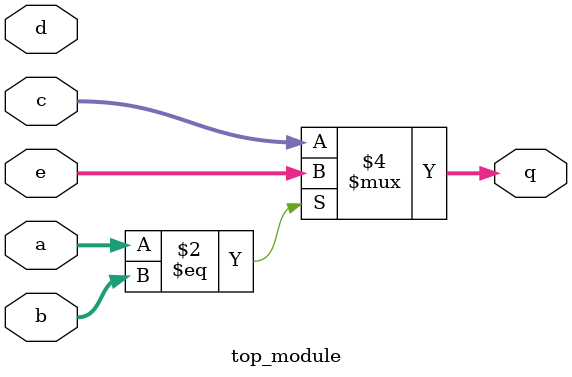
<source format=sv>
module top_module (
	input [3:0] a, 
	input [3:0] b, 
	input [3:0] c, 
	input [3:0] d,
	input [3:0] e,
	output reg [3:0] q
);

always @(*) begin
	if (a == b) begin
		q = e;
	end
	else begin
		q = c;
	end
end

endmodule

</source>
